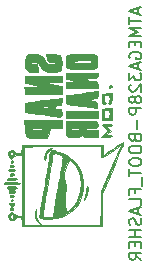
<source format=gbr>
G04 #@! TF.GenerationSoftware,KiCad,Pcbnew,(5.1.0)-1*
G04 #@! TF.CreationDate,2019-09-25T15:25:55+02:00*
G04 #@! TF.ProjectId,atmega328P-flasher,61746d65-6761-4333-9238-502d666c6173,rev?*
G04 #@! TF.SameCoordinates,Original*
G04 #@! TF.FileFunction,Legend,Bot*
G04 #@! TF.FilePolarity,Positive*
%FSLAX46Y46*%
G04 Gerber Fmt 4.6, Leading zero omitted, Abs format (unit mm)*
G04 Created by KiCad (PCBNEW (5.1.0)-1) date 2019-09-25 15:25:55*
%MOMM*%
%LPD*%
G04 APERTURE LIST*
%ADD10C,0.150000*%
%ADD11C,0.010000*%
G04 APERTURE END LIST*
D10*
X129706666Y-82067142D02*
X129706666Y-82543333D01*
X129992380Y-81971904D02*
X128992380Y-82305238D01*
X129992380Y-82638571D01*
X128992380Y-82829047D02*
X128992380Y-83400476D01*
X129992380Y-83114761D02*
X128992380Y-83114761D01*
X129992380Y-83733809D02*
X128992380Y-83733809D01*
X129706666Y-84067142D01*
X128992380Y-84400476D01*
X129992380Y-84400476D01*
X129468571Y-84876666D02*
X129468571Y-85210000D01*
X129992380Y-85352857D02*
X129992380Y-84876666D01*
X128992380Y-84876666D01*
X128992380Y-85352857D01*
X129040000Y-86305238D02*
X128992380Y-86210000D01*
X128992380Y-86067142D01*
X129040000Y-85924285D01*
X129135238Y-85829047D01*
X129230476Y-85781428D01*
X129420952Y-85733809D01*
X129563809Y-85733809D01*
X129754285Y-85781428D01*
X129849523Y-85829047D01*
X129944761Y-85924285D01*
X129992380Y-86067142D01*
X129992380Y-86162380D01*
X129944761Y-86305238D01*
X129897142Y-86352857D01*
X129563809Y-86352857D01*
X129563809Y-86162380D01*
X129706666Y-86733809D02*
X129706666Y-87210000D01*
X129992380Y-86638571D02*
X128992380Y-86971904D01*
X129992380Y-87305238D01*
X128992380Y-87543333D02*
X128992380Y-88162380D01*
X129373333Y-87829047D01*
X129373333Y-87971904D01*
X129420952Y-88067142D01*
X129468571Y-88114761D01*
X129563809Y-88162380D01*
X129801904Y-88162380D01*
X129897142Y-88114761D01*
X129944761Y-88067142D01*
X129992380Y-87971904D01*
X129992380Y-87686190D01*
X129944761Y-87590952D01*
X129897142Y-87543333D01*
X129087619Y-88543333D02*
X129040000Y-88590952D01*
X128992380Y-88686190D01*
X128992380Y-88924285D01*
X129040000Y-89019523D01*
X129087619Y-89067142D01*
X129182857Y-89114761D01*
X129278095Y-89114761D01*
X129420952Y-89067142D01*
X129992380Y-88495714D01*
X129992380Y-89114761D01*
X129420952Y-89686190D02*
X129373333Y-89590952D01*
X129325714Y-89543333D01*
X129230476Y-89495714D01*
X129182857Y-89495714D01*
X129087619Y-89543333D01*
X129040000Y-89590952D01*
X128992380Y-89686190D01*
X128992380Y-89876666D01*
X129040000Y-89971904D01*
X129087619Y-90019523D01*
X129182857Y-90067142D01*
X129230476Y-90067142D01*
X129325714Y-90019523D01*
X129373333Y-89971904D01*
X129420952Y-89876666D01*
X129420952Y-89686190D01*
X129468571Y-89590952D01*
X129516190Y-89543333D01*
X129611428Y-89495714D01*
X129801904Y-89495714D01*
X129897142Y-89543333D01*
X129944761Y-89590952D01*
X129992380Y-89686190D01*
X129992380Y-89876666D01*
X129944761Y-89971904D01*
X129897142Y-90019523D01*
X129801904Y-90067142D01*
X129611428Y-90067142D01*
X129516190Y-90019523D01*
X129468571Y-89971904D01*
X129420952Y-89876666D01*
X129992380Y-90495714D02*
X128992380Y-90495714D01*
X128992380Y-90876666D01*
X129040000Y-90971904D01*
X129087619Y-91019523D01*
X129182857Y-91067142D01*
X129325714Y-91067142D01*
X129420952Y-91019523D01*
X129468571Y-90971904D01*
X129516190Y-90876666D01*
X129516190Y-90495714D01*
X129611428Y-91495714D02*
X129611428Y-92257619D01*
X129468571Y-93067142D02*
X129516190Y-93209999D01*
X129563809Y-93257619D01*
X129659047Y-93305238D01*
X129801904Y-93305238D01*
X129897142Y-93257619D01*
X129944761Y-93209999D01*
X129992380Y-93114761D01*
X129992380Y-92733809D01*
X128992380Y-92733809D01*
X128992380Y-93067142D01*
X129040000Y-93162380D01*
X129087619Y-93209999D01*
X129182857Y-93257619D01*
X129278095Y-93257619D01*
X129373333Y-93209999D01*
X129420952Y-93162380D01*
X129468571Y-93067142D01*
X129468571Y-92733809D01*
X128992380Y-93924285D02*
X128992380Y-94114761D01*
X129040000Y-94209999D01*
X129135238Y-94305238D01*
X129325714Y-94352857D01*
X129659047Y-94352857D01*
X129849523Y-94305238D01*
X129944761Y-94209999D01*
X129992380Y-94114761D01*
X129992380Y-93924285D01*
X129944761Y-93829047D01*
X129849523Y-93733809D01*
X129659047Y-93686190D01*
X129325714Y-93686190D01*
X129135238Y-93733809D01*
X129040000Y-93829047D01*
X128992380Y-93924285D01*
X128992380Y-94971904D02*
X128992380Y-95162380D01*
X129040000Y-95257619D01*
X129135238Y-95352857D01*
X129325714Y-95400476D01*
X129659047Y-95400476D01*
X129849523Y-95352857D01*
X129944761Y-95257619D01*
X129992380Y-95162380D01*
X129992380Y-94971904D01*
X129944761Y-94876666D01*
X129849523Y-94781428D01*
X129659047Y-94733809D01*
X129325714Y-94733809D01*
X129135238Y-94781428D01*
X129040000Y-94876666D01*
X128992380Y-94971904D01*
X128992380Y-95686190D02*
X128992380Y-96257619D01*
X129992380Y-95971904D02*
X128992380Y-95971904D01*
X130087619Y-96352857D02*
X130087619Y-97114761D01*
X129468571Y-97686190D02*
X129468571Y-97352857D01*
X129992380Y-97352857D02*
X128992380Y-97352857D01*
X128992380Y-97829047D01*
X129992380Y-98686190D02*
X129992380Y-98209999D01*
X128992380Y-98209999D01*
X129706666Y-98971904D02*
X129706666Y-99448095D01*
X129992380Y-98876666D02*
X128992380Y-99209999D01*
X129992380Y-99543333D01*
X129944761Y-99829047D02*
X129992380Y-99971904D01*
X129992380Y-100209999D01*
X129944761Y-100305238D01*
X129897142Y-100352857D01*
X129801904Y-100400476D01*
X129706666Y-100400476D01*
X129611428Y-100352857D01*
X129563809Y-100305238D01*
X129516190Y-100209999D01*
X129468571Y-100019523D01*
X129420952Y-99924285D01*
X129373333Y-99876666D01*
X129278095Y-99829047D01*
X129182857Y-99829047D01*
X129087619Y-99876666D01*
X129040000Y-99924285D01*
X128992380Y-100019523D01*
X128992380Y-100257619D01*
X129040000Y-100400476D01*
X129992380Y-100829047D02*
X128992380Y-100829047D01*
X129468571Y-100829047D02*
X129468571Y-101400476D01*
X129992380Y-101400476D02*
X128992380Y-101400476D01*
X129468571Y-101876666D02*
X129468571Y-102209999D01*
X129992380Y-102352857D02*
X129992380Y-101876666D01*
X128992380Y-101876666D01*
X128992380Y-102352857D01*
X129992380Y-103352857D02*
X129516190Y-103019523D01*
X129992380Y-102781428D02*
X128992380Y-102781428D01*
X128992380Y-103162380D01*
X129040000Y-103257619D01*
X129087619Y-103305238D01*
X129182857Y-103352857D01*
X129325714Y-103352857D01*
X129420952Y-103305238D01*
X129468571Y-103257619D01*
X129516190Y-103162380D01*
X129516190Y-102781428D01*
D11*
G36*
X121037210Y-99960843D02*
G01*
X121228581Y-100188959D01*
X121417186Y-100309411D01*
X121489175Y-100315855D01*
X121438818Y-100222255D01*
X121281002Y-100061146D01*
X121136209Y-99913367D01*
X121069602Y-99772538D01*
X121061313Y-99572577D01*
X121077362Y-99383812D01*
X121099804Y-99139409D01*
X121099088Y-99049759D01*
X121071728Y-99101428D01*
X121034076Y-99216988D01*
X120965235Y-99628748D01*
X121037210Y-99960843D01*
X121037210Y-99960843D01*
G37*
X121037210Y-99960843D02*
X121228581Y-100188959D01*
X121417186Y-100309411D01*
X121489175Y-100315855D01*
X121438818Y-100222255D01*
X121281002Y-100061146D01*
X121136209Y-99913367D01*
X121069602Y-99772538D01*
X121061313Y-99572577D01*
X121077362Y-99383812D01*
X121099804Y-99139409D01*
X121099088Y-99049759D01*
X121071728Y-99101428D01*
X121034076Y-99216988D01*
X120965235Y-99628748D01*
X121037210Y-99960843D01*
G36*
X121806985Y-94903545D02*
G01*
X121820396Y-94911334D01*
X121872219Y-94839423D01*
X121887381Y-94720834D01*
X121960098Y-94400165D01*
X122146220Y-94125717D01*
X122311135Y-94004084D01*
X122451758Y-93927955D01*
X122445854Y-93900651D01*
X122333931Y-93896582D01*
X122100612Y-93973015D01*
X121912733Y-94180629D01*
X121800312Y-94481975D01*
X121786273Y-94579818D01*
X121781130Y-94788547D01*
X121806985Y-94903545D01*
X121806985Y-94903545D01*
G37*
X121806985Y-94903545D02*
X121820396Y-94911334D01*
X121872219Y-94839423D01*
X121887381Y-94720834D01*
X121960098Y-94400165D01*
X122146220Y-94125717D01*
X122311135Y-94004084D01*
X122451758Y-93927955D01*
X122445854Y-93900651D01*
X122333931Y-93896582D01*
X122100612Y-93973015D01*
X121912733Y-94180629D01*
X121800312Y-94481975D01*
X121786273Y-94579818D01*
X121781130Y-94788547D01*
X121806985Y-94903545D01*
G36*
X121342306Y-99765378D02*
G01*
X121487776Y-99856526D01*
X121737766Y-99917054D01*
X122058578Y-99934558D01*
X122763236Y-99851023D01*
X123419001Y-99642817D01*
X123990901Y-99324061D01*
X124357846Y-99006097D01*
X124678306Y-98555027D01*
X124911856Y-98000722D01*
X125049884Y-97390090D01*
X125083775Y-96770043D01*
X125004916Y-96187489D01*
X124922631Y-95930255D01*
X124656277Y-95454487D01*
X124262045Y-95001934D01*
X123919789Y-94719813D01*
X123919789Y-94911334D01*
X124020946Y-94974614D01*
X124180606Y-95136242D01*
X124363004Y-95353898D01*
X124532373Y-95585260D01*
X124641736Y-95765612D01*
X124825814Y-96293191D01*
X124885306Y-96898748D01*
X124819954Y-97545297D01*
X124658232Y-98120780D01*
X124529117Y-98389938D01*
X124348650Y-98667390D01*
X124143940Y-98922819D01*
X123942096Y-99125910D01*
X123770229Y-99246343D01*
X123655449Y-99253803D01*
X123649640Y-99248707D01*
X123582500Y-99095956D01*
X123536657Y-98824725D01*
X123514772Y-98484840D01*
X123519501Y-98126126D01*
X123553503Y-97798406D01*
X123568141Y-97721262D01*
X123616773Y-97393450D01*
X123599984Y-97091767D01*
X123535867Y-96797814D01*
X123470378Y-96452773D01*
X123451554Y-96136463D01*
X123462473Y-96014264D01*
X123523612Y-95767692D01*
X123618153Y-95487785D01*
X123726758Y-95221184D01*
X123830089Y-95014527D01*
X123908808Y-94914454D01*
X123919789Y-94911334D01*
X123919789Y-94719813D01*
X123781111Y-94605500D01*
X123254653Y-94298089D01*
X122723849Y-94112605D01*
X122659589Y-94100341D01*
X122659589Y-94323672D01*
X122914746Y-94376399D01*
X123044289Y-94420342D01*
X123202831Y-94492893D01*
X123292665Y-94592979D01*
X123321262Y-94756204D01*
X123296094Y-95018174D01*
X123238162Y-95344277D01*
X123179667Y-95668662D01*
X123129637Y-95977826D01*
X123112514Y-96099147D01*
X123072627Y-96359523D01*
X123013958Y-96688242D01*
X122980168Y-96861147D01*
X122919108Y-97185471D01*
X122868676Y-97493719D01*
X122851485Y-97620667D01*
X122810518Y-97892447D01*
X122760914Y-98128667D01*
X122721623Y-98305136D01*
X122713549Y-98387746D01*
X122704565Y-98488401D01*
X122673016Y-98711070D01*
X122625337Y-99010934D01*
X122616306Y-99065079D01*
X122510536Y-99695000D01*
X122071335Y-99720591D01*
X121632133Y-99746183D01*
X121632133Y-99459536D01*
X121647257Y-99248941D01*
X121684070Y-99121693D01*
X121688100Y-99116923D01*
X121734953Y-98998381D01*
X121760352Y-98827645D01*
X121783013Y-98625463D01*
X121826452Y-98323532D01*
X121878837Y-98001667D01*
X121936069Y-97665821D01*
X121986190Y-97364833D01*
X122017108Y-97171786D01*
X122051231Y-96959454D01*
X122102108Y-96656088D01*
X122144447Y-96409786D01*
X122201258Y-96073739D01*
X122252047Y-95757496D01*
X122277321Y-95588667D01*
X122319353Y-95350370D01*
X122365039Y-95173303D01*
X122367993Y-95165334D01*
X122399162Y-95068797D01*
X122422179Y-94940419D01*
X122444439Y-94729204D01*
X122463170Y-94509167D01*
X122516487Y-94366793D01*
X122659589Y-94323672D01*
X122659589Y-94100341D01*
X122624128Y-94093573D01*
X122537368Y-94074229D01*
X122467353Y-94057972D01*
X122409674Y-94060436D01*
X122359922Y-94097252D01*
X122313687Y-94184055D01*
X122266560Y-94336477D01*
X122214133Y-94570152D01*
X122151994Y-94900713D01*
X122075735Y-95343792D01*
X121980948Y-95915024D01*
X121863221Y-96630040D01*
X121798780Y-97019800D01*
X121691770Y-97660077D01*
X121592114Y-98246260D01*
X121503484Y-98757541D01*
X121429551Y-99173111D01*
X121373985Y-99472160D01*
X121340457Y-99633880D01*
X121333715Y-99656040D01*
X121342306Y-99765378D01*
X121342306Y-99765378D01*
G37*
X121342306Y-99765378D02*
X121487776Y-99856526D01*
X121737766Y-99917054D01*
X122058578Y-99934558D01*
X122763236Y-99851023D01*
X123419001Y-99642817D01*
X123990901Y-99324061D01*
X124357846Y-99006097D01*
X124678306Y-98555027D01*
X124911856Y-98000722D01*
X125049884Y-97390090D01*
X125083775Y-96770043D01*
X125004916Y-96187489D01*
X124922631Y-95930255D01*
X124656277Y-95454487D01*
X124262045Y-95001934D01*
X123919789Y-94719813D01*
X123919789Y-94911334D01*
X124020946Y-94974614D01*
X124180606Y-95136242D01*
X124363004Y-95353898D01*
X124532373Y-95585260D01*
X124641736Y-95765612D01*
X124825814Y-96293191D01*
X124885306Y-96898748D01*
X124819954Y-97545297D01*
X124658232Y-98120780D01*
X124529117Y-98389938D01*
X124348650Y-98667390D01*
X124143940Y-98922819D01*
X123942096Y-99125910D01*
X123770229Y-99246343D01*
X123655449Y-99253803D01*
X123649640Y-99248707D01*
X123582500Y-99095956D01*
X123536657Y-98824725D01*
X123514772Y-98484840D01*
X123519501Y-98126126D01*
X123553503Y-97798406D01*
X123568141Y-97721262D01*
X123616773Y-97393450D01*
X123599984Y-97091767D01*
X123535867Y-96797814D01*
X123470378Y-96452773D01*
X123451554Y-96136463D01*
X123462473Y-96014264D01*
X123523612Y-95767692D01*
X123618153Y-95487785D01*
X123726758Y-95221184D01*
X123830089Y-95014527D01*
X123908808Y-94914454D01*
X123919789Y-94911334D01*
X123919789Y-94719813D01*
X123781111Y-94605500D01*
X123254653Y-94298089D01*
X122723849Y-94112605D01*
X122659589Y-94100341D01*
X122659589Y-94323672D01*
X122914746Y-94376399D01*
X123044289Y-94420342D01*
X123202831Y-94492893D01*
X123292665Y-94592979D01*
X123321262Y-94756204D01*
X123296094Y-95018174D01*
X123238162Y-95344277D01*
X123179667Y-95668662D01*
X123129637Y-95977826D01*
X123112514Y-96099147D01*
X123072627Y-96359523D01*
X123013958Y-96688242D01*
X122980168Y-96861147D01*
X122919108Y-97185471D01*
X122868676Y-97493719D01*
X122851485Y-97620667D01*
X122810518Y-97892447D01*
X122760914Y-98128667D01*
X122721623Y-98305136D01*
X122713549Y-98387746D01*
X122704565Y-98488401D01*
X122673016Y-98711070D01*
X122625337Y-99010934D01*
X122616306Y-99065079D01*
X122510536Y-99695000D01*
X122071335Y-99720591D01*
X121632133Y-99746183D01*
X121632133Y-99459536D01*
X121647257Y-99248941D01*
X121684070Y-99121693D01*
X121688100Y-99116923D01*
X121734953Y-98998381D01*
X121760352Y-98827645D01*
X121783013Y-98625463D01*
X121826452Y-98323532D01*
X121878837Y-98001667D01*
X121936069Y-97665821D01*
X121986190Y-97364833D01*
X122017108Y-97171786D01*
X122051231Y-96959454D01*
X122102108Y-96656088D01*
X122144447Y-96409786D01*
X122201258Y-96073739D01*
X122252047Y-95757496D01*
X122277321Y-95588667D01*
X122319353Y-95350370D01*
X122365039Y-95173303D01*
X122367993Y-95165334D01*
X122399162Y-95068797D01*
X122422179Y-94940419D01*
X122444439Y-94729204D01*
X122463170Y-94509167D01*
X122516487Y-94366793D01*
X122659589Y-94323672D01*
X122659589Y-94100341D01*
X122624128Y-94093573D01*
X122537368Y-94074229D01*
X122467353Y-94057972D01*
X122409674Y-94060436D01*
X122359922Y-94097252D01*
X122313687Y-94184055D01*
X122266560Y-94336477D01*
X122214133Y-94570152D01*
X122151994Y-94900713D01*
X122075735Y-95343792D01*
X121980948Y-95915024D01*
X121863221Y-96630040D01*
X121798780Y-97019800D01*
X121691770Y-97660077D01*
X121592114Y-98246260D01*
X121503484Y-98757541D01*
X121429551Y-99173111D01*
X121373985Y-99472160D01*
X121340457Y-99633880D01*
X121333715Y-99656040D01*
X121342306Y-99765378D01*
G36*
X125298339Y-98044000D02*
G01*
X125427232Y-97724930D01*
X125477733Y-97396721D01*
X125445531Y-97155385D01*
X125403566Y-97096450D01*
X125367762Y-97181735D01*
X125334178Y-97409385D01*
X125294217Y-97705099D01*
X125249683Y-97963403D01*
X125231875Y-98044000D01*
X125178399Y-98255667D01*
X125298339Y-98044000D01*
X125298339Y-98044000D01*
G37*
X125298339Y-98044000D02*
X125427232Y-97724930D01*
X125477733Y-97396721D01*
X125445531Y-97155385D01*
X125403566Y-97096450D01*
X125367762Y-97181735D01*
X125334178Y-97409385D01*
X125294217Y-97705099D01*
X125249683Y-97963403D01*
X125231875Y-98044000D01*
X125178399Y-98255667D01*
X125298339Y-98044000D01*
G36*
X118987229Y-98380207D02*
G01*
X119007467Y-98382667D01*
X119089673Y-98318238D01*
X119092133Y-98298000D01*
X119027704Y-98215794D01*
X119007467Y-98213334D01*
X118925260Y-98277763D01*
X118922800Y-98298000D01*
X118987229Y-98380207D01*
X118987229Y-98380207D01*
G37*
X118987229Y-98380207D02*
X119007467Y-98382667D01*
X119089673Y-98318238D01*
X119092133Y-98298000D01*
X119027704Y-98215794D01*
X119007467Y-98213334D01*
X118925260Y-98277763D01*
X118922800Y-98298000D01*
X118987229Y-98380207D01*
G36*
X118968517Y-95151005D02*
G01*
X119007467Y-95165334D01*
X119082581Y-95096757D01*
X119092133Y-95038334D01*
X119046416Y-94925662D01*
X119007467Y-94911334D01*
X118932352Y-94979910D01*
X118922800Y-95038334D01*
X118968517Y-95151005D01*
X118968517Y-95151005D01*
G37*
X118968517Y-95151005D02*
X119007467Y-95165334D01*
X119082581Y-95096757D01*
X119092133Y-95038334D01*
X119046416Y-94925662D01*
X119007467Y-94911334D01*
X118932352Y-94979910D01*
X118922800Y-95038334D01*
X118968517Y-95151005D01*
G36*
X118909091Y-99129743D02*
G01*
X119007467Y-99144667D01*
X119151537Y-99099990D01*
X119162870Y-99000581D01*
X119092133Y-98933000D01*
X118952029Y-98922590D01*
X118848333Y-99015282D01*
X118838133Y-99064997D01*
X118909091Y-99129743D01*
X118909091Y-99129743D01*
G37*
X118909091Y-99129743D02*
X119007467Y-99144667D01*
X119151537Y-99099990D01*
X119162870Y-99000581D01*
X119092133Y-98933000D01*
X118952029Y-98922590D01*
X118848333Y-99015282D01*
X118838133Y-99064997D01*
X118909091Y-99129743D01*
G36*
X118909046Y-98028124D02*
G01*
X119007467Y-98044000D01*
X119145047Y-98008544D01*
X119176800Y-97959334D01*
X119105887Y-97890543D01*
X119007467Y-97874667D01*
X118869886Y-97910123D01*
X118838133Y-97959334D01*
X118909046Y-98028124D01*
X118909046Y-98028124D01*
G37*
X118909046Y-98028124D02*
X119007467Y-98044000D01*
X119145047Y-98008544D01*
X119176800Y-97959334D01*
X119105887Y-97890543D01*
X119007467Y-97874667D01*
X118869886Y-97910123D01*
X118838133Y-97959334D01*
X118909046Y-98028124D01*
G36*
X118908719Y-96242428D02*
G01*
X119007467Y-96266000D01*
X119145371Y-96213061D01*
X119176800Y-96139000D01*
X119106214Y-96035572D01*
X119007467Y-96012000D01*
X118869562Y-96064940D01*
X118838133Y-96139000D01*
X118908719Y-96242428D01*
X118908719Y-96242428D01*
G37*
X118908719Y-96242428D02*
X119007467Y-96266000D01*
X119145371Y-96213061D01*
X119176800Y-96139000D01*
X119106214Y-96035572D01*
X119007467Y-96012000D01*
X118869562Y-96064940D01*
X118838133Y-96139000D01*
X118908719Y-96242428D01*
G36*
X118909046Y-95488124D02*
G01*
X119007467Y-95504000D01*
X119145047Y-95468544D01*
X119176800Y-95419334D01*
X119105887Y-95350543D01*
X119007467Y-95334667D01*
X118869886Y-95370123D01*
X118838133Y-95419334D01*
X118909046Y-95488124D01*
X118909046Y-95488124D01*
G37*
X118909046Y-95488124D02*
X119007467Y-95504000D01*
X119145047Y-95468544D01*
X119176800Y-95419334D01*
X119105887Y-95350543D01*
X119007467Y-95334667D01*
X118869886Y-95370123D01*
X118838133Y-95419334D01*
X118909046Y-95488124D01*
G36*
X118876684Y-98740477D02*
G01*
X119007467Y-98763667D01*
X119175039Y-98723755D01*
X119240300Y-98657834D01*
X119196242Y-98577545D01*
X119007467Y-98552000D01*
X118813388Y-98579956D01*
X118774633Y-98657834D01*
X118876684Y-98740477D01*
X118876684Y-98740477D01*
G37*
X118876684Y-98740477D02*
X119007467Y-98763667D01*
X119175039Y-98723755D01*
X119240300Y-98657834D01*
X119196242Y-98577545D01*
X119007467Y-98552000D01*
X118813388Y-98579956D01*
X118774633Y-98657834D01*
X118876684Y-98740477D01*
G36*
X118829195Y-97679160D02*
G01*
X119007467Y-97705334D01*
X119209119Y-97667469D01*
X119261467Y-97578334D01*
X119185738Y-97477507D01*
X119007467Y-97451334D01*
X118805814Y-97489198D01*
X118753467Y-97578334D01*
X118829195Y-97679160D01*
X118829195Y-97679160D01*
G37*
X118829195Y-97679160D02*
X119007467Y-97705334D01*
X119209119Y-97667469D01*
X119261467Y-97578334D01*
X119185738Y-97477507D01*
X119007467Y-97451334D01*
X118805814Y-97489198D01*
X118753467Y-97578334D01*
X118829195Y-97679160D01*
G36*
X118687299Y-95771165D02*
G01*
X118780966Y-95843370D01*
X118953154Y-95875036D01*
X119132790Y-95865169D01*
X119248801Y-95812781D01*
X119261473Y-95779167D01*
X119184042Y-95703465D01*
X118973771Y-95673432D01*
X118958078Y-95673334D01*
X118748945Y-95696998D01*
X118685344Y-95763558D01*
X118687299Y-95771165D01*
X118687299Y-95771165D01*
G37*
X118687299Y-95771165D02*
X118780966Y-95843370D01*
X118953154Y-95875036D01*
X119132790Y-95865169D01*
X119248801Y-95812781D01*
X119261473Y-95779167D01*
X119184042Y-95703465D01*
X118973771Y-95673432D01*
X118958078Y-95673334D01*
X118748945Y-95696998D01*
X118685344Y-95763558D01*
X118687299Y-95771165D01*
G36*
X118629453Y-97319532D02*
G01*
X118786360Y-97358540D01*
X119007467Y-97366667D01*
X119273685Y-97353071D01*
X119403711Y-97305999D01*
X119430800Y-97239667D01*
X119385480Y-97159801D01*
X119228573Y-97120794D01*
X119007467Y-97112667D01*
X118741248Y-97126263D01*
X118611222Y-97173335D01*
X118584133Y-97239667D01*
X118629453Y-97319532D01*
X118629453Y-97319532D01*
G37*
X118629453Y-97319532D02*
X118786360Y-97358540D01*
X119007467Y-97366667D01*
X119273685Y-97353071D01*
X119403711Y-97305999D01*
X119430800Y-97239667D01*
X119385480Y-97159801D01*
X119228573Y-97120794D01*
X119007467Y-97112667D01*
X118741248Y-97126263D01*
X118611222Y-97173335D01*
X118584133Y-97239667D01*
X118629453Y-97319532D01*
G36*
X118660280Y-96568298D02*
G01*
X118854975Y-96598953D01*
X119007467Y-96604667D01*
X119248954Y-96589437D01*
X119402231Y-96550498D01*
X119430800Y-96520000D01*
X119354653Y-96471703D01*
X119159958Y-96441047D01*
X119007467Y-96435334D01*
X118765979Y-96450563D01*
X118612702Y-96489502D01*
X118584133Y-96520000D01*
X118660280Y-96568298D01*
X118660280Y-96568298D01*
G37*
X118660280Y-96568298D02*
X118854975Y-96598953D01*
X119007467Y-96604667D01*
X119248954Y-96589437D01*
X119402231Y-96550498D01*
X119430800Y-96520000D01*
X119354653Y-96471703D01*
X119159958Y-96441047D01*
X119007467Y-96435334D01*
X118765979Y-96450563D01*
X118612702Y-96489502D01*
X118584133Y-96520000D01*
X118660280Y-96568298D01*
G36*
X118409349Y-96900596D02*
G01*
X118625619Y-96930060D01*
X118946874Y-96943051D01*
X119007467Y-96943334D01*
X119342899Y-96933431D01*
X119578613Y-96906398D01*
X119682542Y-96866241D01*
X119684800Y-96858667D01*
X119605584Y-96816738D01*
X119389314Y-96787273D01*
X119068059Y-96774282D01*
X119007467Y-96774000D01*
X118672034Y-96783902D01*
X118436320Y-96810936D01*
X118332391Y-96851093D01*
X118330133Y-96858667D01*
X118409349Y-96900596D01*
X118409349Y-96900596D01*
G37*
X118409349Y-96900596D02*
X118625619Y-96930060D01*
X118946874Y-96943051D01*
X119007467Y-96943334D01*
X119342899Y-96933431D01*
X119578613Y-96906398D01*
X119682542Y-96866241D01*
X119684800Y-96858667D01*
X119605584Y-96816738D01*
X119389314Y-96787273D01*
X119068059Y-96774282D01*
X119007467Y-96774000D01*
X118672034Y-96783902D01*
X118436320Y-96810936D01*
X118332391Y-96851093D01*
X118330133Y-96858667D01*
X118409349Y-96900596D01*
G36*
X120126420Y-92156600D02*
G01*
X120160138Y-92482402D01*
X120211174Y-92751655D01*
X120269074Y-92910720D01*
X120274921Y-92918600D01*
X120377118Y-92986285D01*
X120567268Y-93027160D01*
X120876549Y-93045981D01*
X121127575Y-93048667D01*
X121479108Y-93043226D01*
X121774596Y-93028712D01*
X121966421Y-93007838D01*
X122002145Y-92998834D01*
X122098284Y-92885306D01*
X122173417Y-92656543D01*
X122188017Y-92575501D01*
X122244027Y-92202000D01*
X123240800Y-92202000D01*
X123240800Y-91524667D01*
X121166467Y-91524667D01*
X121166467Y-92202000D01*
X121454049Y-92213963D01*
X121650943Y-92245652D01*
X121716800Y-92286667D01*
X121639042Y-92330910D01*
X121433060Y-92361202D01*
X121166467Y-92371334D01*
X120878884Y-92359371D01*
X120681990Y-92327681D01*
X120616133Y-92286667D01*
X120693891Y-92242423D01*
X120899873Y-92212132D01*
X121166467Y-92202000D01*
X121166467Y-91524667D01*
X120085865Y-91524667D01*
X120126420Y-92156600D01*
X120126420Y-92156600D01*
G37*
X120126420Y-92156600D02*
X120160138Y-92482402D01*
X120211174Y-92751655D01*
X120269074Y-92910720D01*
X120274921Y-92918600D01*
X120377118Y-92986285D01*
X120567268Y-93027160D01*
X120876549Y-93045981D01*
X121127575Y-93048667D01*
X121479108Y-93043226D01*
X121774596Y-93028712D01*
X121966421Y-93007838D01*
X122002145Y-92998834D01*
X122098284Y-92885306D01*
X122173417Y-92656543D01*
X122188017Y-92575501D01*
X122244027Y-92202000D01*
X123240800Y-92202000D01*
X123240800Y-91524667D01*
X121166467Y-91524667D01*
X121166467Y-92202000D01*
X121454049Y-92213963D01*
X121650943Y-92245652D01*
X121716800Y-92286667D01*
X121639042Y-92330910D01*
X121433060Y-92361202D01*
X121166467Y-92371334D01*
X120878884Y-92359371D01*
X120681990Y-92327681D01*
X120616133Y-92286667D01*
X120693891Y-92242423D01*
X120899873Y-92212132D01*
X121166467Y-92202000D01*
X121166467Y-91524667D01*
X120085865Y-91524667D01*
X120126420Y-92156600D01*
G36*
X120120013Y-90824384D02*
G01*
X120128333Y-90847334D01*
X120225621Y-90858221D01*
X120456317Y-90887778D01*
X120786110Y-90931345D01*
X121180690Y-90984264D01*
X121605746Y-91041876D01*
X122026968Y-91099523D01*
X122410044Y-91152545D01*
X122720664Y-91196285D01*
X122924517Y-91226083D01*
X122965633Y-91232579D01*
X123141016Y-91252869D01*
X123219502Y-91206954D01*
X123240062Y-91052806D01*
X123240800Y-90935837D01*
X123232117Y-90717398D01*
X123178063Y-90619704D01*
X123036626Y-90594199D01*
X122944467Y-90593334D01*
X122718344Y-90562049D01*
X122648133Y-90475392D01*
X122724594Y-90343453D01*
X122928696Y-90266505D01*
X123078391Y-90254667D01*
X123190077Y-90219466D01*
X123235562Y-90084948D01*
X123240800Y-89952241D01*
X123240800Y-89649816D01*
X122753967Y-89710300D01*
X122473531Y-89745523D01*
X122079504Y-89795513D01*
X122037861Y-89800827D01*
X122037861Y-90352129D01*
X122127523Y-90395209D01*
X122140249Y-90445167D01*
X122085126Y-90505812D01*
X121904641Y-90526163D01*
X121653415Y-90515497D01*
X121166467Y-90479995D01*
X121505133Y-90414543D01*
X121839352Y-90359006D01*
X122037861Y-90352129D01*
X122037861Y-89800827D01*
X121626236Y-89853354D01*
X121208800Y-89906893D01*
X120150467Y-90043000D01*
X120124661Y-90445167D01*
X120115184Y-90679409D01*
X120120013Y-90824384D01*
X120120013Y-90824384D01*
G37*
X120120013Y-90824384D02*
X120128333Y-90847334D01*
X120225621Y-90858221D01*
X120456317Y-90887778D01*
X120786110Y-90931345D01*
X121180690Y-90984264D01*
X121605746Y-91041876D01*
X122026968Y-91099523D01*
X122410044Y-91152545D01*
X122720664Y-91196285D01*
X122924517Y-91226083D01*
X122965633Y-91232579D01*
X123141016Y-91252869D01*
X123219502Y-91206954D01*
X123240062Y-91052806D01*
X123240800Y-90935837D01*
X123232117Y-90717398D01*
X123178063Y-90619704D01*
X123036626Y-90594199D01*
X122944467Y-90593334D01*
X122718344Y-90562049D01*
X122648133Y-90475392D01*
X122724594Y-90343453D01*
X122928696Y-90266505D01*
X123078391Y-90254667D01*
X123190077Y-90219466D01*
X123235562Y-90084948D01*
X123240800Y-89952241D01*
X123240800Y-89649816D01*
X122753967Y-89710300D01*
X122473531Y-89745523D01*
X122079504Y-89795513D01*
X122037861Y-89800827D01*
X122037861Y-90352129D01*
X122127523Y-90395209D01*
X122140249Y-90445167D01*
X122085126Y-90505812D01*
X121904641Y-90526163D01*
X121653415Y-90515497D01*
X121166467Y-90479995D01*
X121505133Y-90414543D01*
X121839352Y-90359006D01*
X122037861Y-90352129D01*
X122037861Y-89800827D01*
X121626236Y-89853354D01*
X121208800Y-89906893D01*
X120150467Y-90043000D01*
X120124661Y-90445167D01*
X120115184Y-90679409D01*
X120120013Y-90824384D01*
G36*
X120123935Y-89005834D02*
G01*
X120150467Y-89281000D01*
X121695633Y-89304077D01*
X123240800Y-89327153D01*
X123240800Y-88669138D01*
X122711633Y-88560574D01*
X122329465Y-88474371D01*
X122115319Y-88406769D01*
X122068961Y-88357306D01*
X122190158Y-88325520D01*
X122478674Y-88310949D01*
X122584633Y-88309908D01*
X123240800Y-88307334D01*
X123240800Y-87799334D01*
X120108133Y-87799334D01*
X120108133Y-88089664D01*
X120116116Y-88253484D01*
X120166517Y-88350255D01*
X120299019Y-88411584D01*
X120553301Y-88469077D01*
X120594967Y-88477436D01*
X121022131Y-88566061D01*
X121286305Y-88630404D01*
X121391464Y-88674392D01*
X121341586Y-88701952D01*
X121140645Y-88717014D01*
X120843602Y-88723031D01*
X120097404Y-88730667D01*
X120123935Y-89005834D01*
X120123935Y-89005834D01*
G37*
X120123935Y-89005834D02*
X120150467Y-89281000D01*
X121695633Y-89304077D01*
X123240800Y-89327153D01*
X123240800Y-88669138D01*
X122711633Y-88560574D01*
X122329465Y-88474371D01*
X122115319Y-88406769D01*
X122068961Y-88357306D01*
X122190158Y-88325520D01*
X122478674Y-88310949D01*
X122584633Y-88309908D01*
X123240800Y-88307334D01*
X123240800Y-87799334D01*
X120108133Y-87799334D01*
X120108133Y-88089664D01*
X120116116Y-88253484D01*
X120166517Y-88350255D01*
X120299019Y-88411584D01*
X120553301Y-88469077D01*
X120594967Y-88477436D01*
X121022131Y-88566061D01*
X121286305Y-88630404D01*
X121391464Y-88674392D01*
X121341586Y-88701952D01*
X121140645Y-88717014D01*
X120843602Y-88723031D01*
X120097404Y-88730667D01*
X120123935Y-89005834D01*
G36*
X120178783Y-87079876D02*
G01*
X120280577Y-87305961D01*
X120481116Y-87423799D01*
X120805666Y-87460429D01*
X120843982Y-87460667D01*
X121208800Y-87460667D01*
X121208800Y-87122000D01*
X121199829Y-86905164D01*
X121144437Y-86808801D01*
X120999907Y-86784091D01*
X120912467Y-86783334D01*
X120716599Y-86762068D01*
X120618693Y-86709778D01*
X120616133Y-86698667D01*
X120690543Y-86642625D01*
X120873429Y-86614702D01*
X120911404Y-86614000D01*
X121112981Y-86636817D01*
X121259742Y-86732188D01*
X121412770Y-86940495D01*
X121418168Y-86949026D01*
X121614519Y-87215571D01*
X121821750Y-87371710D01*
X122093467Y-87444376D01*
X122436467Y-87460667D01*
X122810341Y-87447298D01*
X123046714Y-87387623D01*
X123176568Y-87252292D01*
X123230883Y-87011955D01*
X123240800Y-86698667D01*
X123233417Y-86376492D01*
X123204523Y-86181606D01*
X123144001Y-86072349D01*
X123077033Y-86024312D01*
X122902516Y-85975131D01*
X122631076Y-85943331D01*
X122436922Y-85936667D01*
X121960578Y-85936667D01*
X121986856Y-86254167D01*
X122013892Y-86454151D01*
X122084739Y-86550212D01*
X122250306Y-86587647D01*
X122372967Y-86597702D01*
X122629398Y-86638084D01*
X122723198Y-86696248D01*
X122656568Y-86751189D01*
X122431708Y-86781901D01*
X122353521Y-86783334D01*
X122110870Y-86771049D01*
X121967645Y-86705899D01*
X121854258Y-86545441D01*
X121802911Y-86447498D01*
X121637226Y-86182178D01*
X121443111Y-86025695D01*
X121172584Y-85952494D01*
X120843733Y-85936667D01*
X120515156Y-85959639D01*
X120307994Y-86048115D01*
X120196229Y-86231440D01*
X120153842Y-86538954D01*
X120150467Y-86718505D01*
X120178783Y-87079876D01*
X120178783Y-87079876D01*
G37*
X120178783Y-87079876D02*
X120280577Y-87305961D01*
X120481116Y-87423799D01*
X120805666Y-87460429D01*
X120843982Y-87460667D01*
X121208800Y-87460667D01*
X121208800Y-87122000D01*
X121199829Y-86905164D01*
X121144437Y-86808801D01*
X120999907Y-86784091D01*
X120912467Y-86783334D01*
X120716599Y-86762068D01*
X120618693Y-86709778D01*
X120616133Y-86698667D01*
X120690543Y-86642625D01*
X120873429Y-86614702D01*
X120911404Y-86614000D01*
X121112981Y-86636817D01*
X121259742Y-86732188D01*
X121412770Y-86940495D01*
X121418168Y-86949026D01*
X121614519Y-87215571D01*
X121821750Y-87371710D01*
X122093467Y-87444376D01*
X122436467Y-87460667D01*
X122810341Y-87447298D01*
X123046714Y-87387623D01*
X123176568Y-87252292D01*
X123230883Y-87011955D01*
X123240800Y-86698667D01*
X123233417Y-86376492D01*
X123204523Y-86181606D01*
X123144001Y-86072349D01*
X123077033Y-86024312D01*
X122902516Y-85975131D01*
X122631076Y-85943331D01*
X122436922Y-85936667D01*
X121960578Y-85936667D01*
X121986856Y-86254167D01*
X122013892Y-86454151D01*
X122084739Y-86550212D01*
X122250306Y-86587647D01*
X122372967Y-86597702D01*
X122629398Y-86638084D01*
X122723198Y-86696248D01*
X122656568Y-86751189D01*
X122431708Y-86781901D01*
X122353521Y-86783334D01*
X122110870Y-86771049D01*
X121967645Y-86705899D01*
X121854258Y-86545441D01*
X121802911Y-86447498D01*
X121637226Y-86182178D01*
X121443111Y-86025695D01*
X121172584Y-85952494D01*
X120843733Y-85936667D01*
X120515156Y-85959639D01*
X120307994Y-86048115D01*
X120196229Y-86231440D01*
X120153842Y-86538954D01*
X120150467Y-86718505D01*
X120178783Y-87079876D01*
G36*
X123594318Y-92513925D02*
G01*
X123634267Y-92757874D01*
X123681067Y-92862400D01*
X123829712Y-92923746D01*
X124081178Y-92955974D01*
X124371476Y-92959085D01*
X124636617Y-92933079D01*
X124812609Y-92877955D01*
X124832533Y-92862400D01*
X124947747Y-92804395D01*
X125035733Y-92862400D01*
X125175307Y-92917813D01*
X125437684Y-92953813D01*
X125713066Y-92964000D01*
X126288800Y-92964000D01*
X126288800Y-92371334D01*
X125738467Y-92371334D01*
X125450884Y-92359371D01*
X125253990Y-92327681D01*
X125188133Y-92286667D01*
X125265891Y-92242423D01*
X125471873Y-92212132D01*
X125738467Y-92202000D01*
X126034072Y-92199046D01*
X126198690Y-92179040D01*
X126270665Y-92125268D01*
X126288343Y-92021015D01*
X126288800Y-91962111D01*
X126270667Y-91768203D01*
X126232355Y-91665778D01*
X126132231Y-91646248D01*
X125893429Y-91629646D01*
X125546596Y-91617250D01*
X125122379Y-91610338D01*
X124877689Y-91609334D01*
X124460412Y-91609334D01*
X124460412Y-92203755D01*
X124638754Y-92226206D01*
X124708355Y-92258445D01*
X124755538Y-92324213D01*
X124707374Y-92358083D01*
X124534622Y-92370228D01*
X124383800Y-92371334D01*
X124156580Y-92354517D01*
X124020282Y-92311970D01*
X124002800Y-92286667D01*
X124075843Y-92236649D01*
X124250577Y-92208124D01*
X124460412Y-92203755D01*
X124460412Y-91609334D01*
X123579467Y-91609334D01*
X123579467Y-92185067D01*
X123594318Y-92513925D01*
X123594318Y-92513925D01*
G37*
X123594318Y-92513925D02*
X123634267Y-92757874D01*
X123681067Y-92862400D01*
X123829712Y-92923746D01*
X124081178Y-92955974D01*
X124371476Y-92959085D01*
X124636617Y-92933079D01*
X124812609Y-92877955D01*
X124832533Y-92862400D01*
X124947747Y-92804395D01*
X125035733Y-92862400D01*
X125175307Y-92917813D01*
X125437684Y-92953813D01*
X125713066Y-92964000D01*
X126288800Y-92964000D01*
X126288800Y-92371334D01*
X125738467Y-92371334D01*
X125450884Y-92359371D01*
X125253990Y-92327681D01*
X125188133Y-92286667D01*
X125265891Y-92242423D01*
X125471873Y-92212132D01*
X125738467Y-92202000D01*
X126034072Y-92199046D01*
X126198690Y-92179040D01*
X126270665Y-92125268D01*
X126288343Y-92021015D01*
X126288800Y-91962111D01*
X126270667Y-91768203D01*
X126232355Y-91665778D01*
X126132231Y-91646248D01*
X125893429Y-91629646D01*
X125546596Y-91617250D01*
X125122379Y-91610338D01*
X124877689Y-91609334D01*
X124460412Y-91609334D01*
X124460412Y-92203755D01*
X124638754Y-92226206D01*
X124708355Y-92258445D01*
X124755538Y-92324213D01*
X124707374Y-92358083D01*
X124534622Y-92370228D01*
X124383800Y-92371334D01*
X124156580Y-92354517D01*
X124020282Y-92311970D01*
X124002800Y-92286667D01*
X124075843Y-92236649D01*
X124250577Y-92208124D01*
X124460412Y-92203755D01*
X124460412Y-91609334D01*
X123579467Y-91609334D01*
X123579467Y-92185067D01*
X123594318Y-92513925D01*
G36*
X126288800Y-91355334D02*
G01*
X126288800Y-90762667D01*
X123579467Y-90762667D01*
X123579467Y-91355334D01*
X126288800Y-91355334D01*
X126288800Y-91355334D01*
G37*
X126288800Y-91355334D02*
X126288800Y-90762667D01*
X123579467Y-90762667D01*
X123579467Y-91355334D01*
X126288800Y-91355334D01*
G36*
X123603582Y-90065770D02*
G01*
X123675488Y-90168520D01*
X123688817Y-90170000D01*
X123826163Y-90180923D01*
X124090510Y-90210190D01*
X124441175Y-90252551D01*
X124837479Y-90302756D01*
X125238740Y-90355554D01*
X125604277Y-90405695D01*
X125893408Y-90447929D01*
X126061930Y-90476281D01*
X126222242Y-90496152D01*
X126280255Y-90436067D01*
X126274695Y-90253075D01*
X126273597Y-90241537D01*
X126234226Y-90044488D01*
X126129878Y-89958594D01*
X125966160Y-89931419D01*
X125769209Y-89880082D01*
X125723949Y-89799505D01*
X125823794Y-89720630D01*
X126020153Y-89677802D01*
X126206461Y-89639451D01*
X126278394Y-89536875D01*
X126288800Y-89377267D01*
X126288800Y-89103263D01*
X124934133Y-89269496D01*
X124870633Y-89277288D01*
X124870633Y-89753351D01*
X125105051Y-89762224D01*
X125249998Y-89792302D01*
X125272800Y-89814332D01*
X125198629Y-89850326D01*
X125014523Y-89855211D01*
X124955300Y-89850529D01*
X124678385Y-89816796D01*
X124564295Y-89787987D01*
X124614981Y-89766341D01*
X124832391Y-89754097D01*
X124870633Y-89753351D01*
X124870633Y-89277288D01*
X123579467Y-89435729D01*
X123579467Y-89802864D01*
X123603582Y-90065770D01*
X123603582Y-90065770D01*
G37*
X123603582Y-90065770D02*
X123675488Y-90168520D01*
X123688817Y-90170000D01*
X123826163Y-90180923D01*
X124090510Y-90210190D01*
X124441175Y-90252551D01*
X124837479Y-90302756D01*
X125238740Y-90355554D01*
X125604277Y-90405695D01*
X125893408Y-90447929D01*
X126061930Y-90476281D01*
X126222242Y-90496152D01*
X126280255Y-90436067D01*
X126274695Y-90253075D01*
X126273597Y-90241537D01*
X126234226Y-90044488D01*
X126129878Y-89958594D01*
X125966160Y-89931419D01*
X125769209Y-89880082D01*
X125723949Y-89799505D01*
X125823794Y-89720630D01*
X126020153Y-89677802D01*
X126206461Y-89639451D01*
X126278394Y-89536875D01*
X126288800Y-89377267D01*
X126288800Y-89103263D01*
X124934133Y-89269496D01*
X124870633Y-89277288D01*
X124870633Y-89753351D01*
X125105051Y-89762224D01*
X125249998Y-89792302D01*
X125272800Y-89814332D01*
X125198629Y-89850326D01*
X125014523Y-89855211D01*
X124955300Y-89850529D01*
X124678385Y-89816796D01*
X124564295Y-89787987D01*
X124614981Y-89766341D01*
X124832391Y-89754097D01*
X124870633Y-89753351D01*
X124870633Y-89277288D01*
X123579467Y-89435729D01*
X123579467Y-89802864D01*
X123603582Y-90065770D01*
G36*
X123591450Y-87934698D02*
G01*
X123653829Y-88021710D01*
X123806245Y-88082634D01*
X124066300Y-88141290D01*
X124404971Y-88212567D01*
X124581000Y-88257571D01*
X124597866Y-88282853D01*
X124459049Y-88294962D01*
X124168029Y-88300448D01*
X124150967Y-88300649D01*
X123579467Y-88307334D01*
X123579467Y-88815334D01*
X126288800Y-88815334D01*
X126288800Y-88570392D01*
X126273488Y-88414354D01*
X126204155Y-88314093D01*
X126045701Y-88247547D01*
X125763028Y-88192652D01*
X125663583Y-88177375D01*
X125371408Y-88118339D01*
X125245571Y-88059673D01*
X125283264Y-88009757D01*
X125481682Y-87976972D01*
X125733470Y-87968667D01*
X126030959Y-87965034D01*
X126197221Y-87944456D01*
X126270344Y-87892416D01*
X126288417Y-87794397D01*
X126288800Y-87757000D01*
X126288800Y-87545334D01*
X123579467Y-87545334D01*
X123579467Y-87793262D01*
X123591450Y-87934698D01*
X123591450Y-87934698D01*
G37*
X123591450Y-87934698D02*
X123653829Y-88021710D01*
X123806245Y-88082634D01*
X124066300Y-88141290D01*
X124404971Y-88212567D01*
X124581000Y-88257571D01*
X124597866Y-88282853D01*
X124459049Y-88294962D01*
X124168029Y-88300448D01*
X124150967Y-88300649D01*
X123579467Y-88307334D01*
X123579467Y-88815334D01*
X126288800Y-88815334D01*
X126288800Y-88570392D01*
X126273488Y-88414354D01*
X126204155Y-88314093D01*
X126045701Y-88247547D01*
X125763028Y-88192652D01*
X125663583Y-88177375D01*
X125371408Y-88118339D01*
X125245571Y-88059673D01*
X125283264Y-88009757D01*
X125481682Y-87976972D01*
X125733470Y-87968667D01*
X126030959Y-87965034D01*
X126197221Y-87944456D01*
X126270344Y-87892416D01*
X126288417Y-87794397D01*
X126288800Y-87757000D01*
X126288800Y-87545334D01*
X123579467Y-87545334D01*
X123579467Y-87793262D01*
X123591450Y-87934698D01*
G36*
X123598327Y-86840364D02*
G01*
X123646393Y-87044340D01*
X123681067Y-87105067D01*
X123810542Y-87152970D01*
X124091603Y-87185442D01*
X124530558Y-87202990D01*
X124948088Y-87206667D01*
X125416722Y-87204812D01*
X125744272Y-87196789D01*
X125958968Y-87178906D01*
X126089041Y-87147476D01*
X126162721Y-87098808D01*
X126201154Y-87042900D01*
X126269815Y-86791119D01*
X126274682Y-86469626D01*
X126215724Y-86165580D01*
X126201495Y-86127167D01*
X126163893Y-86051399D01*
X126103817Y-85998951D01*
X125993216Y-85965540D01*
X125804040Y-85946883D01*
X125508238Y-85938698D01*
X125315224Y-85937803D01*
X125315224Y-86455322D01*
X125631255Y-86469315D01*
X125803376Y-86506427D01*
X125843757Y-86568643D01*
X125808660Y-86620007D01*
X125687736Y-86656305D01*
X125434267Y-86678526D01*
X125084640Y-86684225D01*
X124905071Y-86680731D01*
X124470529Y-86657037D01*
X124195355Y-86620575D01*
X124081250Y-86577336D01*
X124129915Y-86533316D01*
X124343051Y-86494506D01*
X124722360Y-86466901D01*
X124843115Y-86462460D01*
X125315224Y-86455322D01*
X125315224Y-85937803D01*
X125077760Y-85936701D01*
X124953795Y-85936667D01*
X124396227Y-85943713D01*
X124000951Y-85965194D01*
X123761497Y-86001627D01*
X123681067Y-86038267D01*
X123622281Y-86177207D01*
X123585596Y-86418172D01*
X123579467Y-86571667D01*
X123598327Y-86840364D01*
X123598327Y-86840364D01*
G37*
X123598327Y-86840364D02*
X123646393Y-87044340D01*
X123681067Y-87105067D01*
X123810542Y-87152970D01*
X124091603Y-87185442D01*
X124530558Y-87202990D01*
X124948088Y-87206667D01*
X125416722Y-87204812D01*
X125744272Y-87196789D01*
X125958968Y-87178906D01*
X126089041Y-87147476D01*
X126162721Y-87098808D01*
X126201154Y-87042900D01*
X126269815Y-86791119D01*
X126274682Y-86469626D01*
X126215724Y-86165580D01*
X126201495Y-86127167D01*
X126163893Y-86051399D01*
X126103817Y-85998951D01*
X125993216Y-85965540D01*
X125804040Y-85946883D01*
X125508238Y-85938698D01*
X125315224Y-85937803D01*
X125315224Y-86455322D01*
X125631255Y-86469315D01*
X125803376Y-86506427D01*
X125843757Y-86568643D01*
X125808660Y-86620007D01*
X125687736Y-86656305D01*
X125434267Y-86678526D01*
X125084640Y-86684225D01*
X124905071Y-86680731D01*
X124470529Y-86657037D01*
X124195355Y-86620575D01*
X124081250Y-86577336D01*
X124129915Y-86533316D01*
X124343051Y-86494506D01*
X124722360Y-86466901D01*
X124843115Y-86462460D01*
X125315224Y-86455322D01*
X125315224Y-85937803D01*
X125077760Y-85936701D01*
X124953795Y-85936667D01*
X124396227Y-85943713D01*
X124000951Y-85965194D01*
X123761497Y-86001627D01*
X123681067Y-86038267D01*
X123622281Y-86177207D01*
X123585596Y-86418172D01*
X123579467Y-86571667D01*
X123598327Y-86840364D01*
G36*
X127029633Y-92961518D02*
G01*
X127277943Y-92948364D01*
X127439281Y-92911914D01*
X127474133Y-92879334D01*
X127400309Y-92820888D01*
X127221355Y-92794762D01*
X127208715Y-92794667D01*
X126943297Y-92794667D01*
X127178224Y-92609873D01*
X127413152Y-92425079D01*
X127168476Y-92229294D01*
X126923800Y-92033508D01*
X127198967Y-92033087D01*
X127386264Y-92010022D01*
X127473348Y-91954404D01*
X127474133Y-91948000D01*
X127398520Y-91897228D01*
X127207474Y-91867007D01*
X127098130Y-91863334D01*
X126812299Y-91884290D01*
X126687913Y-91950797D01*
X126721898Y-92068311D01*
X126892714Y-92227981D01*
X127159584Y-92436838D01*
X126872359Y-92697937D01*
X126585133Y-92959036D01*
X127029633Y-92961518D01*
X127029633Y-92961518D01*
G37*
X127029633Y-92961518D02*
X127277943Y-92948364D01*
X127439281Y-92911914D01*
X127474133Y-92879334D01*
X127400309Y-92820888D01*
X127221355Y-92794762D01*
X127208715Y-92794667D01*
X126943297Y-92794667D01*
X127178224Y-92609873D01*
X127413152Y-92425079D01*
X127168476Y-92229294D01*
X126923800Y-92033508D01*
X127198967Y-92033087D01*
X127386264Y-92010022D01*
X127473348Y-91954404D01*
X127474133Y-91948000D01*
X127398520Y-91897228D01*
X127207474Y-91867007D01*
X127098130Y-91863334D01*
X126812299Y-91884290D01*
X126687913Y-91950797D01*
X126721898Y-92068311D01*
X126892714Y-92227981D01*
X127159584Y-92436838D01*
X126872359Y-92697937D01*
X126585133Y-92959036D01*
X127029633Y-92961518D01*
G36*
X127071967Y-91508139D02*
G01*
X127474133Y-91533945D01*
X127474133Y-90499389D01*
X127071967Y-90525195D01*
X127050800Y-90526553D01*
X127050800Y-90678000D01*
X127213667Y-90691374D01*
X127286068Y-90763846D01*
X127304399Y-90943945D01*
X127304800Y-91016667D01*
X127294770Y-91233822D01*
X127240415Y-91330357D01*
X127105341Y-91354799D01*
X127050800Y-91355334D01*
X126887933Y-91341960D01*
X126815532Y-91269487D01*
X126797201Y-91089389D01*
X126796800Y-91016667D01*
X126806830Y-90799511D01*
X126861185Y-90702976D01*
X126996258Y-90678534D01*
X127050800Y-90678000D01*
X127050800Y-90526553D01*
X126669800Y-90551000D01*
X126669800Y-91482334D01*
X127071967Y-91508139D01*
X127071967Y-91508139D01*
G37*
X127071967Y-91508139D02*
X127474133Y-91533945D01*
X127474133Y-90499389D01*
X127071967Y-90525195D01*
X127050800Y-90526553D01*
X127050800Y-90678000D01*
X127213667Y-90691374D01*
X127286068Y-90763846D01*
X127304399Y-90943945D01*
X127304800Y-91016667D01*
X127294770Y-91233822D01*
X127240415Y-91330357D01*
X127105341Y-91354799D01*
X127050800Y-91355334D01*
X126887933Y-91341960D01*
X126815532Y-91269487D01*
X126797201Y-91089389D01*
X126796800Y-91016667D01*
X126806830Y-90799511D01*
X126861185Y-90702976D01*
X126996258Y-90678534D01*
X127050800Y-90678000D01*
X127050800Y-90526553D01*
X126669800Y-90551000D01*
X126669800Y-91482334D01*
X127071967Y-91508139D01*
G36*
X126698729Y-90047978D02*
G01*
X126804225Y-90163510D01*
X126840746Y-90170000D01*
X126952379Y-90123772D01*
X126966133Y-90085334D01*
X126901704Y-90003127D01*
X126881467Y-90000667D01*
X126825504Y-89926238D01*
X126797531Y-89743223D01*
X126796800Y-89704334D01*
X126810959Y-89505239D01*
X126882779Y-89423578D01*
X127050800Y-89408000D01*
X127221453Y-89424520D01*
X127291447Y-89508310D01*
X127304800Y-89704334D01*
X127282285Y-89900182D01*
X127226920Y-89998100D01*
X127215136Y-90000667D01*
X127164570Y-90052537D01*
X127177800Y-90085334D01*
X127300302Y-90163238D01*
X127352130Y-90170000D01*
X127426269Y-90123391D01*
X127464388Y-89964174D01*
X127474133Y-89699695D01*
X127474133Y-89229389D01*
X127071967Y-89255195D01*
X126827097Y-89279763D01*
X126703674Y-89332164D01*
X126653823Y-89442333D01*
X126642022Y-89524064D01*
X126640282Y-89820595D01*
X126698729Y-90047978D01*
X126698729Y-90047978D01*
G37*
X126698729Y-90047978D02*
X126804225Y-90163510D01*
X126840746Y-90170000D01*
X126952379Y-90123772D01*
X126966133Y-90085334D01*
X126901704Y-90003127D01*
X126881467Y-90000667D01*
X126825504Y-89926238D01*
X126797531Y-89743223D01*
X126796800Y-89704334D01*
X126810959Y-89505239D01*
X126882779Y-89423578D01*
X127050800Y-89408000D01*
X127221453Y-89424520D01*
X127291447Y-89508310D01*
X127304800Y-89704334D01*
X127282285Y-89900182D01*
X127226920Y-89998100D01*
X127215136Y-90000667D01*
X127164570Y-90052537D01*
X127177800Y-90085334D01*
X127300302Y-90163238D01*
X127352130Y-90170000D01*
X127426269Y-90123391D01*
X127464388Y-89964174D01*
X127474133Y-89699695D01*
X127474133Y-89229389D01*
X127071967Y-89255195D01*
X126827097Y-89279763D01*
X126703674Y-89332164D01*
X126653823Y-89442333D01*
X126642022Y-89524064D01*
X126640282Y-89820595D01*
X126698729Y-90047978D01*
G36*
X127287906Y-88800582D02*
G01*
X127347133Y-88815334D01*
X127459382Y-88747561D01*
X127474133Y-88688334D01*
X127406360Y-88576085D01*
X127347133Y-88561334D01*
X127234885Y-88629106D01*
X127220133Y-88688334D01*
X127287906Y-88800582D01*
X127287906Y-88800582D01*
G37*
X127287906Y-88800582D02*
X127347133Y-88815334D01*
X127459382Y-88747561D01*
X127474133Y-88688334D01*
X127406360Y-88576085D01*
X127347133Y-88561334D01*
X127234885Y-88629106D01*
X127220133Y-88688334D01*
X127287906Y-88800582D01*
G36*
X118748392Y-99811621D02*
G01*
X118757674Y-99829862D01*
X118910077Y-99967194D01*
X119106664Y-99971444D01*
X119261467Y-99864334D01*
X119419538Y-99770395D01*
X119610500Y-99737334D01*
X119760387Y-99749317D01*
X119831384Y-99815849D01*
X119852827Y-99982805D01*
X119854133Y-100118334D01*
X119854133Y-100499334D01*
X126627467Y-100499334D01*
X126627467Y-97783094D01*
X127558800Y-95638558D01*
X127840717Y-94988777D01*
X128061414Y-94477615D01*
X128227374Y-94088484D01*
X128345081Y-93804795D01*
X128421019Y-93609957D01*
X128461674Y-93487383D01*
X128473529Y-93420482D01*
X128463068Y-93392667D01*
X128438742Y-93387334D01*
X128352838Y-93432979D01*
X128263203Y-93490139D01*
X128263203Y-93641334D01*
X128241111Y-93715142D01*
X128158535Y-93922756D01*
X128024247Y-94243460D01*
X127847022Y-94656537D01*
X127635632Y-95141271D01*
X127447475Y-95567500D01*
X126592808Y-97493667D01*
X126546637Y-98933000D01*
X126500467Y-100372334D01*
X123261967Y-100394506D01*
X120023467Y-100416679D01*
X120023467Y-93833683D01*
X120416284Y-93779842D01*
X120594441Y-93766926D01*
X120918730Y-93755122D01*
X121365951Y-93744813D01*
X121912903Y-93736383D01*
X122536386Y-93730214D01*
X123213200Y-93726691D01*
X123675950Y-93726000D01*
X126542800Y-93726000D01*
X126542800Y-94177556D01*
X126552245Y-94440568D01*
X126576479Y-94628629D01*
X126597168Y-94683480D01*
X126683792Y-94659727D01*
X126877918Y-94554133D01*
X127149869Y-94384131D01*
X127437900Y-94189591D01*
X127754036Y-93971434D01*
X128016676Y-93794441D01*
X128196495Y-93678094D01*
X128263203Y-93641334D01*
X128263203Y-93490139D01*
X128158505Y-93556906D01*
X127885556Y-93739602D01*
X127598010Y-93937667D01*
X127280217Y-94156445D01*
X127014677Y-94334007D01*
X126831063Y-94450857D01*
X126760401Y-94488000D01*
X126732859Y-94411805D01*
X126715384Y-94217000D01*
X126712133Y-94064667D01*
X126712133Y-93641334D01*
X119854133Y-93641334D01*
X119854133Y-93980000D01*
X119845162Y-94196836D01*
X119789770Y-94293200D01*
X119645241Y-94317910D01*
X119557800Y-94318667D01*
X119361900Y-94299669D01*
X119264014Y-94252959D01*
X119261466Y-94243059D01*
X119190782Y-94147485D01*
X119032270Y-94099197D01*
X119007467Y-94102100D01*
X119007467Y-94234000D01*
X119146427Y-94276852D01*
X119160682Y-94382167D01*
X119077196Y-94508126D01*
X119007467Y-94530334D01*
X118887918Y-94459949D01*
X118854251Y-94382167D01*
X118883703Y-94262155D01*
X119007467Y-94234000D01*
X119007467Y-94102100D01*
X118887013Y-94116204D01*
X118739339Y-94244513D01*
X118729890Y-94439168D01*
X118826290Y-94619174D01*
X118984238Y-94819973D01*
X119166049Y-94626444D01*
X119374375Y-94481116D01*
X119600997Y-94470067D01*
X119854133Y-94507219D01*
X119854133Y-99652667D01*
X119626757Y-99652667D01*
X119403275Y-99595274D01*
X119196231Y-99462167D01*
X119038549Y-99314304D01*
X119038549Y-99506875D01*
X119089444Y-99524005D01*
X119159822Y-99647723D01*
X119127169Y-99800668D01*
X119028678Y-99885525D01*
X118919042Y-99855640D01*
X118858851Y-99732617D01*
X118876099Y-99591284D01*
X118904180Y-99552753D01*
X119038549Y-99506875D01*
X119038549Y-99314304D01*
X118993082Y-99271667D01*
X118832170Y-99470029D01*
X118725885Y-99652168D01*
X118748392Y-99811621D01*
X118748392Y-99811621D01*
G37*
X118748392Y-99811621D02*
X118757674Y-99829862D01*
X118910077Y-99967194D01*
X119106664Y-99971444D01*
X119261467Y-99864334D01*
X119419538Y-99770395D01*
X119610500Y-99737334D01*
X119760387Y-99749317D01*
X119831384Y-99815849D01*
X119852827Y-99982805D01*
X119854133Y-100118334D01*
X119854133Y-100499334D01*
X126627467Y-100499334D01*
X126627467Y-97783094D01*
X127558800Y-95638558D01*
X127840717Y-94988777D01*
X128061414Y-94477615D01*
X128227374Y-94088484D01*
X128345081Y-93804795D01*
X128421019Y-93609957D01*
X128461674Y-93487383D01*
X128473529Y-93420482D01*
X128463068Y-93392667D01*
X128438742Y-93387334D01*
X128352838Y-93432979D01*
X128263203Y-93490139D01*
X128263203Y-93641334D01*
X128241111Y-93715142D01*
X128158535Y-93922756D01*
X128024247Y-94243460D01*
X127847022Y-94656537D01*
X127635632Y-95141271D01*
X127447475Y-95567500D01*
X126592808Y-97493667D01*
X126546637Y-98933000D01*
X126500467Y-100372334D01*
X123261967Y-100394506D01*
X120023467Y-100416679D01*
X120023467Y-93833683D01*
X120416284Y-93779842D01*
X120594441Y-93766926D01*
X120918730Y-93755122D01*
X121365951Y-93744813D01*
X121912903Y-93736383D01*
X122536386Y-93730214D01*
X123213200Y-93726691D01*
X123675950Y-93726000D01*
X126542800Y-93726000D01*
X126542800Y-94177556D01*
X126552245Y-94440568D01*
X126576479Y-94628629D01*
X126597168Y-94683480D01*
X126683792Y-94659727D01*
X126877918Y-94554133D01*
X127149869Y-94384131D01*
X127437900Y-94189591D01*
X127754036Y-93971434D01*
X128016676Y-93794441D01*
X128196495Y-93678094D01*
X128263203Y-93641334D01*
X128263203Y-93490139D01*
X128158505Y-93556906D01*
X127885556Y-93739602D01*
X127598010Y-93937667D01*
X127280217Y-94156445D01*
X127014677Y-94334007D01*
X126831063Y-94450857D01*
X126760401Y-94488000D01*
X126732859Y-94411805D01*
X126715384Y-94217000D01*
X126712133Y-94064667D01*
X126712133Y-93641334D01*
X119854133Y-93641334D01*
X119854133Y-93980000D01*
X119845162Y-94196836D01*
X119789770Y-94293200D01*
X119645241Y-94317910D01*
X119557800Y-94318667D01*
X119361900Y-94299669D01*
X119264014Y-94252959D01*
X119261466Y-94243059D01*
X119190782Y-94147485D01*
X119032270Y-94099197D01*
X119007467Y-94102100D01*
X119007467Y-94234000D01*
X119146427Y-94276852D01*
X119160682Y-94382167D01*
X119077196Y-94508126D01*
X119007467Y-94530334D01*
X118887918Y-94459949D01*
X118854251Y-94382167D01*
X118883703Y-94262155D01*
X119007467Y-94234000D01*
X119007467Y-94102100D01*
X118887013Y-94116204D01*
X118739339Y-94244513D01*
X118729890Y-94439168D01*
X118826290Y-94619174D01*
X118984238Y-94819973D01*
X119166049Y-94626444D01*
X119374375Y-94481116D01*
X119600997Y-94470067D01*
X119854133Y-94507219D01*
X119854133Y-99652667D01*
X119626757Y-99652667D01*
X119403275Y-99595274D01*
X119196231Y-99462167D01*
X119038549Y-99314304D01*
X119038549Y-99506875D01*
X119089444Y-99524005D01*
X119159822Y-99647723D01*
X119127169Y-99800668D01*
X119028678Y-99885525D01*
X118919042Y-99855640D01*
X118858851Y-99732617D01*
X118876099Y-99591284D01*
X118904180Y-99552753D01*
X119038549Y-99506875D01*
X119038549Y-99314304D01*
X118993082Y-99271667D01*
X118832170Y-99470029D01*
X118725885Y-99652168D01*
X118748392Y-99811621D01*
M02*

</source>
